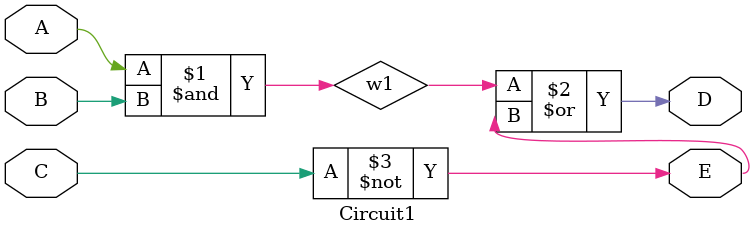
<source format=v>
module Circuit1 (
    A,
    B,
    C,
    D,
    E
);

    output D, E;
    input A, B, C;
    wire w1; //intermediate results
    and G1 (w1,A,B); //G1,G2,G3 are optional; If A,B,w1 doesn't work try w1,A,B,similarly for others(o/p first then i/p)
    not G2 (E,C);
    or G3 (D,w1,E);
endmodule
</source>
